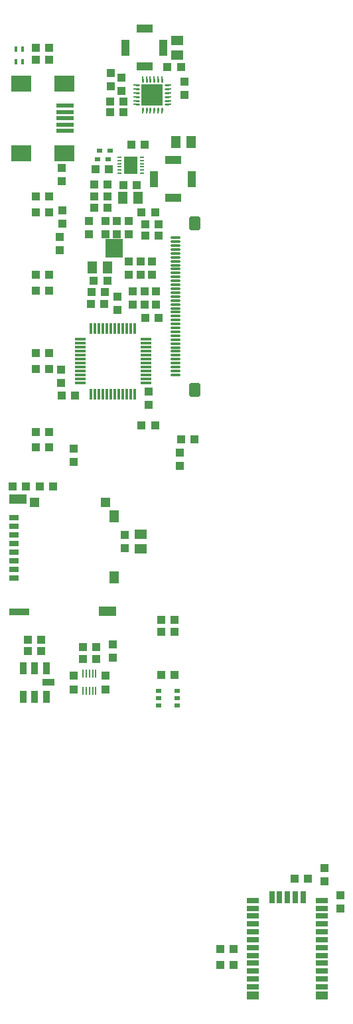
<source format=gtp>
G75*
G70*
%OFA0B0*%
%FSLAX24Y24*%
%IPPOS*%
%LPD*%
%AMOC8*
5,1,8,0,0,1.08239X$1,22.5*
%
%ADD10R,0.0787X0.0433*%
%ADD11R,0.0433X0.0787*%
%ADD12R,0.0110X0.0280*%
%ADD13C,0.0110*%
%ADD14R,0.0280X0.0110*%
%ADD15R,0.1063X0.1063*%
%ADD16R,0.0236X0.0079*%
%ADD17R,0.0661X0.0866*%
%ADD18R,0.0512X0.0591*%
%ADD19R,0.0433X0.0394*%
%ADD20R,0.0394X0.0433*%
%ADD21R,0.0591X0.0512*%
%ADD22R,0.0984X0.0787*%
%ADD23R,0.0906X0.0197*%
%ADD24R,0.0157X0.0315*%
%ADD25R,0.0276X0.0197*%
%ADD26R,0.0591X0.0276*%
%ADD27R,0.0591X0.0394*%
%ADD28R,0.0276X0.0591*%
%ADD29R,0.0315X0.0248*%
%ADD30R,0.0354X0.0591*%
%ADD31R,0.0591X0.0354*%
%ADD32R,0.0089X0.0394*%
%ADD33R,0.0488X0.0315*%
%ADD34R,0.0984X0.0374*%
%ADD35R,0.0866X0.0453*%
%ADD36R,0.0453X0.0591*%
%ADD37R,0.0472X0.0457*%
%ADD38R,0.0492X0.0457*%
%ADD39C,0.0118*%
%ADD40C,0.0236*%
%ADD41R,0.0551X0.0118*%
%ADD42R,0.0118X0.0551*%
%ADD43R,0.0500X0.0250*%
%ADD44R,0.0900X0.0960*%
D10*
X013054Y040632D03*
X013054Y042522D03*
X011617Y047227D03*
X011617Y049116D03*
D11*
X012561Y048171D03*
X010672Y048171D03*
X012109Y041577D03*
X013998Y041577D03*
D12*
X012502Y045005D03*
X012305Y045005D03*
X012108Y045005D03*
X011911Y045005D03*
X011715Y045005D03*
X011518Y045005D03*
X011519Y046614D03*
X011715Y046614D03*
X011912Y046614D03*
X012109Y046614D03*
X012306Y046614D03*
X012503Y046614D03*
D13*
X012503Y046476D01*
X012306Y046476D02*
X012306Y046614D01*
X012109Y046614D02*
X012109Y046476D01*
X011912Y046476D02*
X011912Y046614D01*
X011715Y046614D02*
X011715Y046476D01*
X011519Y046476D02*
X011519Y046614D01*
X011344Y046302D02*
X011206Y046302D01*
X011206Y046105D02*
X011344Y046105D01*
X011344Y045908D02*
X011206Y045908D01*
X011206Y045711D02*
X011344Y045711D01*
X011344Y045514D02*
X011206Y045514D01*
X011206Y045318D02*
X011344Y045318D01*
X011518Y045143D02*
X011518Y045005D01*
X011715Y045005D02*
X011715Y045143D01*
X011911Y045143D02*
X011911Y045005D01*
X012108Y045005D02*
X012108Y045143D01*
X012305Y045143D02*
X012305Y045005D01*
X012502Y045005D02*
X012502Y045143D01*
X012677Y045317D02*
X012815Y045317D01*
X012815Y045514D02*
X012677Y045514D01*
X012677Y045710D02*
X012815Y045710D01*
X012815Y045907D02*
X012677Y045907D01*
X012677Y046104D02*
X012815Y046104D01*
X012815Y046301D02*
X012677Y046301D01*
D14*
X012815Y046301D03*
X012815Y046104D03*
X012815Y045907D03*
X012815Y045710D03*
X012815Y045514D03*
X012815Y045317D03*
X011206Y045318D03*
X011206Y045514D03*
X011206Y045711D03*
X011206Y045908D03*
X011206Y046105D03*
X011206Y046302D03*
D15*
X012010Y045809D03*
D16*
X011481Y042660D03*
X011481Y042502D03*
X011481Y042345D03*
X011481Y042187D03*
X011481Y042030D03*
X011481Y041872D03*
X010374Y041872D03*
X010374Y042030D03*
X010374Y042187D03*
X010374Y042345D03*
X010374Y042502D03*
X010374Y042660D03*
D17*
X010928Y042266D03*
D18*
X011282Y040632D03*
X010534Y040632D03*
X009747Y037148D03*
X008998Y037148D03*
X013211Y043447D03*
X013959Y043447D03*
D19*
X012148Y039904D03*
X012345Y039313D03*
X012345Y038723D03*
X011676Y038723D03*
X011676Y039313D03*
X011479Y039904D03*
X011243Y041262D03*
X010573Y041262D03*
X009845Y042069D03*
X009176Y042069D03*
X007463Y042148D03*
X007463Y041479D03*
X006833Y040691D03*
X006164Y040691D03*
X007483Y040002D03*
X007483Y039333D03*
X007365Y038664D03*
X007365Y037994D03*
X006833Y036754D03*
X006164Y036754D03*
X008959Y035888D03*
X008939Y035297D03*
X009609Y035297D03*
X009628Y035888D03*
X009747Y036479D03*
X009077Y036479D03*
X008821Y038782D03*
X008821Y039451D03*
X010967Y043290D03*
X011636Y043290D03*
X010573Y044943D03*
X010573Y045455D03*
X009904Y045455D03*
X009904Y044943D03*
X012778Y047187D03*
X013447Y047187D03*
X012345Y034589D03*
X011676Y034589D03*
X008132Y030691D03*
X007463Y030691D03*
X006833Y028880D03*
X006164Y028880D03*
X006361Y026124D03*
X007030Y026124D03*
X008073Y027364D03*
X008073Y028034D03*
X006833Y032817D03*
X006164Y032817D03*
X011479Y029195D03*
X012148Y029195D03*
X013388Y027837D03*
X013388Y027168D03*
X009195Y018053D03*
X009195Y017463D03*
X008526Y017463D03*
X008526Y018053D03*
X006439Y017857D03*
X006439Y018447D03*
X005770Y018447D03*
X005770Y017857D03*
X015416Y002896D03*
X016085Y002896D03*
X016085Y002109D03*
X015416Y002109D03*
X020672Y006301D03*
X020672Y006971D03*
X021459Y005593D03*
X021459Y004923D03*
D20*
X019825Y006439D03*
X019156Y006439D03*
X013132Y016675D03*
X012463Y016675D03*
X012463Y018841D03*
X012463Y019431D03*
X013132Y019431D03*
X013132Y018841D03*
X010632Y023034D03*
X010632Y023703D03*
X013467Y028486D03*
X014136Y028486D03*
X011833Y030219D03*
X011833Y030888D03*
X010278Y035002D03*
X010278Y035671D03*
X010829Y036774D03*
X010829Y037443D03*
X011420Y037443D03*
X012010Y037443D03*
X012010Y036774D03*
X011420Y036774D03*
X011617Y035947D03*
X011026Y035947D03*
X011026Y035278D03*
X011617Y035278D03*
X012207Y035278D03*
X012207Y035947D03*
X010829Y038782D03*
X010239Y038782D03*
X009648Y038782D03*
X009648Y039451D03*
X009766Y040120D03*
X009766Y040711D03*
X009766Y041301D03*
X009097Y041301D03*
X009097Y040711D03*
X009097Y040120D03*
X010239Y039451D03*
X010829Y039451D03*
X006833Y039904D03*
X006164Y039904D03*
X006164Y035967D03*
X006833Y035967D03*
X006833Y032030D03*
X007443Y031990D03*
X007443Y031321D03*
X006164Y032030D03*
X006164Y028093D03*
X006833Y028093D03*
X005652Y026124D03*
X004983Y026124D03*
X010042Y018191D03*
X010042Y017522D03*
X009648Y016616D03*
X009648Y015947D03*
X008073Y015947D03*
X008073Y016616D03*
X010475Y045986D03*
X010475Y046656D03*
X009924Y046892D03*
X009924Y046223D03*
X006833Y047581D03*
X006833Y048171D03*
X006164Y048171D03*
X006164Y047581D03*
X013624Y046459D03*
X013624Y045790D03*
D21*
X013270Y047797D03*
X013270Y048546D03*
X011420Y023742D03*
X011420Y022994D03*
D22*
X007601Y042876D03*
X005435Y042876D03*
X005435Y046380D03*
X007601Y046380D03*
D23*
X007640Y045258D03*
X007640Y044943D03*
X007640Y044628D03*
X007640Y044313D03*
X007640Y043998D03*
D24*
X005487Y047453D03*
X005148Y047453D03*
X005148Y048103D03*
X005487Y048103D03*
D25*
X009274Y042561D03*
X009372Y043014D03*
X009884Y043014D03*
X009786Y042561D03*
D26*
X017069Y005337D03*
X017069Y004943D03*
X017069Y004549D03*
X017069Y004156D03*
X017069Y003762D03*
X017069Y003368D03*
X017069Y002975D03*
X017069Y002581D03*
X017069Y002187D03*
X017069Y001794D03*
X017069Y001400D03*
X017069Y001006D03*
X020534Y001006D03*
X020534Y001400D03*
X020534Y001794D03*
X020534Y002187D03*
X020534Y002581D03*
X020534Y002975D03*
X020534Y003368D03*
X020534Y003762D03*
X020534Y004156D03*
X020534Y004549D03*
X020534Y004943D03*
X020534Y005337D03*
D27*
X020534Y000553D03*
X017069Y000553D03*
D28*
X018014Y005494D03*
X018408Y005494D03*
X018802Y005494D03*
X019195Y005494D03*
X019589Y005494D03*
D29*
X013270Y015120D03*
X013270Y015494D03*
X013270Y015868D03*
X012325Y015868D03*
X012325Y015494D03*
X012325Y015120D03*
D30*
X005514Y015573D03*
X006105Y015573D03*
X006695Y015573D03*
X006695Y016990D03*
X006105Y016990D03*
X005514Y016990D03*
D31*
X006813Y016282D03*
D32*
X008546Y016715D03*
X008703Y016715D03*
X008861Y016715D03*
X009018Y016715D03*
X009176Y016715D03*
X009176Y015849D03*
X009018Y015849D03*
X008861Y015849D03*
X008703Y015849D03*
X008546Y015849D03*
D33*
X005069Y021536D03*
X005069Y021969D03*
X005069Y022402D03*
X005069Y022835D03*
X005069Y023268D03*
X005069Y023701D03*
X005069Y024134D03*
X005069Y024567D03*
D34*
X005317Y019825D03*
D35*
X005258Y025490D03*
X009778Y019864D03*
D36*
X010091Y021559D03*
X010091Y024622D03*
D37*
X009648Y025331D03*
D38*
X006105Y025331D03*
D39*
X013004Y031734D02*
X013378Y031734D01*
X013378Y031931D02*
X013004Y031931D01*
X013004Y032128D02*
X013378Y032128D01*
X013378Y032325D02*
X013004Y032325D01*
X013004Y032522D02*
X013378Y032522D01*
X013378Y032719D02*
X013004Y032719D01*
X013004Y032916D02*
X013378Y032916D01*
X013378Y033112D02*
X013004Y033112D01*
X013004Y033309D02*
X013378Y033309D01*
X013378Y033506D02*
X013004Y033506D01*
X013004Y033703D02*
X013378Y033703D01*
X013378Y033900D02*
X013004Y033900D01*
X013004Y034097D02*
X013378Y034097D01*
X013378Y034294D02*
X013004Y034294D01*
X013004Y034490D02*
X013378Y034490D01*
X013378Y034687D02*
X013004Y034687D01*
X013004Y034884D02*
X013378Y034884D01*
X013378Y035081D02*
X013004Y035081D01*
X013004Y035278D02*
X013378Y035278D01*
X013378Y035475D02*
X013004Y035475D01*
X013004Y035671D02*
X013378Y035671D01*
X013378Y035868D02*
X013004Y035868D01*
X013004Y036065D02*
X013378Y036065D01*
X013378Y036262D02*
X013004Y036262D01*
X013004Y036459D02*
X013378Y036459D01*
X013378Y036656D02*
X013004Y036656D01*
X013004Y036853D02*
X013378Y036853D01*
X013378Y037049D02*
X013004Y037049D01*
X013004Y037246D02*
X013378Y037246D01*
X013378Y037443D02*
X013004Y037443D01*
X013004Y037640D02*
X013378Y037640D01*
X013378Y037837D02*
X013004Y037837D01*
X013004Y038034D02*
X013378Y038034D01*
X013378Y038231D02*
X013004Y038231D01*
X013004Y038427D02*
X013378Y038427D01*
X013378Y038624D02*
X013004Y038624D01*
D40*
X014303Y039117D02*
X014303Y039589D01*
X014303Y039117D02*
X013949Y039117D01*
X013949Y039589D01*
X014303Y039589D01*
X014303Y039352D02*
X013949Y039352D01*
X013949Y039587D02*
X014303Y039587D01*
X014303Y031242D02*
X014303Y030770D01*
X013949Y030770D01*
X013949Y031242D01*
X014303Y031242D01*
X014303Y031005D02*
X013949Y031005D01*
X013949Y031240D02*
X014303Y031240D01*
D41*
X011692Y031323D03*
X011692Y031523D03*
X011692Y031723D03*
X011692Y031923D03*
X011692Y032123D03*
X011692Y032323D03*
X011692Y032523D03*
X011692Y032723D03*
X011692Y032923D03*
X011692Y033123D03*
X011692Y033323D03*
X011692Y033523D03*
X008392Y033523D03*
X008392Y033323D03*
X008392Y033123D03*
X008392Y032923D03*
X008392Y032723D03*
X008392Y032523D03*
X008392Y032323D03*
X008392Y032123D03*
X008392Y031923D03*
X008392Y031723D03*
X008392Y031523D03*
X008392Y031323D03*
D42*
X008942Y030773D03*
X009142Y030773D03*
X009342Y030773D03*
X009542Y030773D03*
X009742Y030773D03*
X009942Y030773D03*
X010142Y030773D03*
X010342Y030773D03*
X010542Y030773D03*
X010742Y030773D03*
X010942Y030773D03*
X011142Y030773D03*
X011142Y034073D03*
X010942Y034073D03*
X010742Y034073D03*
X010542Y034073D03*
X010342Y034073D03*
X010142Y034073D03*
X009942Y034073D03*
X009742Y034073D03*
X009542Y034073D03*
X009342Y034073D03*
X009142Y034073D03*
X008942Y034073D03*
D43*
X010101Y037931D03*
X010101Y038255D03*
D44*
X010101Y038093D03*
M02*

</source>
